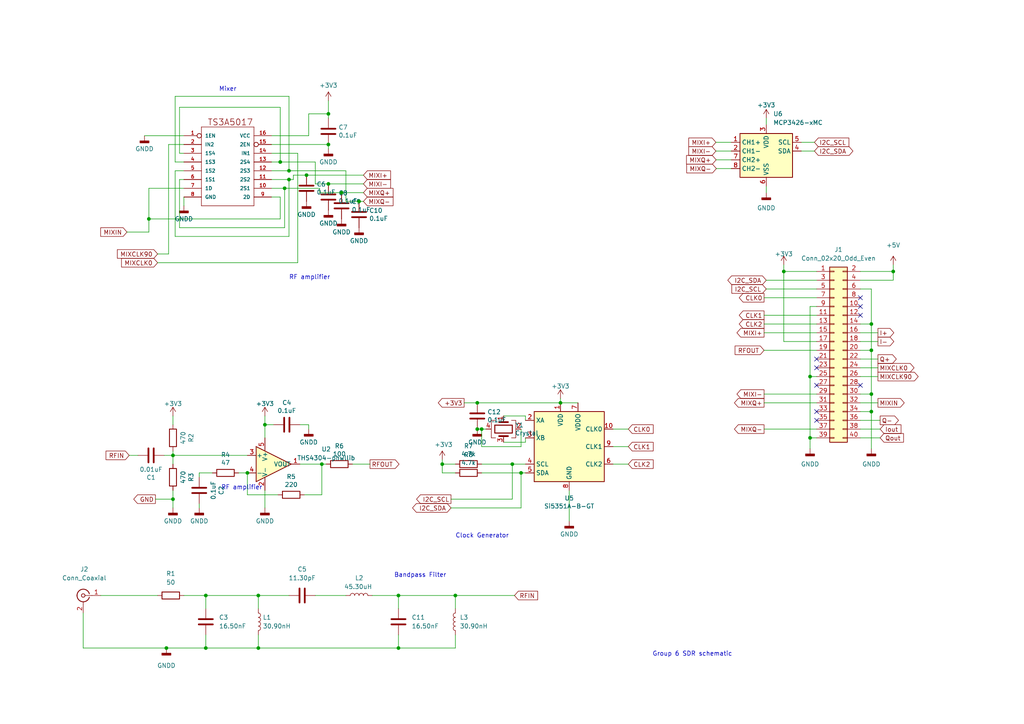
<source format=kicad_sch>
(kicad_sch (version 20211123) (generator eeschema)
  (paper "A4")
  (lib_symbols
    (symbol "Analog_ADC:MCP3426-xMC"
      (property "Reference" "U" (at -3.81 8.89 0))
      (property "Value" "MCP3426-xMC" (at 2.54 8.89 0))
      (symbol "MCP3426-xMC_0_1"
        (rectangle (start -7.62 7.62) (end 7.62 -5.08) (stroke (width 0.254)) (fill (type background)))
      )
      (symbol "MCP3426-xMC_1_1"
        (pin input line (at -10.16 5.08 0) (length 2.54) (name "CH1+") (number "1"))
        (pin input line (at -10.16 2.54 0) (length 2.54) (name "CH1-") (number "2"))
        (pin power_in line (at 0 10.16 270) (length 2.54) (name "VDD") (number "3"))
        (pin bidirectional line (at 10.16 2.54 180) (length 2.54) (name "SDA") (number "4"))
        (pin input line (at 10.16 5.08 180) (length 2.54) (name "SCL") (number "5"))
        (pin power_in line (at 0 -7.62 90) (length 2.54) (name "VSS") (number "6"))
        (pin input line (at -10.16 0 0) (length 2.54) (name "CH2+") (number "7"))
        (pin input line (at -10.16 -2.54 0) (length 2.54) (name "CH2-") (number "8"))
        (pin passive line (at 0 -7.62 90) (length 2.54) hide (name "VSS") (number "9"))
      )
    )
    (symbol "Connector:Conn_Coaxial" (pin_names (offset 1.016) hide)
      (property "Reference" "J" (at 0.254 3.048 0))
      (property "Value" "Conn_Coaxial" (at 2.921 0 90))
      (symbol "Conn_Coaxial_0_1"
        (arc (start -1.778 -0.508) (mid 0.2311 -1.8066) (end 1.778 0) (stroke (width 0.254)))
        (polyline (pts (xy -2.54 0) (xy -0.508 0)))
        (polyline (pts (xy 0 -2.54) (xy 0 -1.778)))
        (circle (center 0 0) (radius 0.508) (stroke (width 0.2032)))
        (arc (start 1.778 0) (mid 0.2099 1.8101) (end -1.778 0.508) (stroke (width 0.254)))
      )
      (symbol "Conn_Coaxial_1_1"
        (pin passive line (at -5.08 0 0) (length 2.54) (name "In") (number "1"))
        (pin passive line (at 0 -5.08 90) (length 2.54) (name "Ext") (number "2"))
      )
    )
    (symbol "Connector_Generic:Conn_02x20_Odd_Even" (pin_names (offset 1.016) hide)
      (property "Reference" "J" (at 1.27 25.4 0))
      (property "Value" "Conn_02x20_Odd_Even" (at 1.27 -27.94 0))
      (symbol "Conn_02x20_Odd_Even_1_1"
        (rectangle (start -1.27 -25.273) (end 0 -25.527) (stroke (width 0.1524)))
        (rectangle (start -1.27 -22.733) (end 0 -22.987) (stroke (width 0.1524)))
        (rectangle (start -1.27 -20.193) (end 0 -20.447) (stroke (width 0.1524)))
        (rectangle (start -1.27 -17.653) (end 0 -17.907) (stroke (width 0.1524)))
        (rectangle (start -1.27 -15.113) (end 0 -15.367) (stroke (width 0.1524)))
        (rectangle (start -1.27 -12.573) (end 0 -12.827) (stroke (width 0.1524)))
        (rectangle (start -1.27 -10.033) (end 0 -10.287) (stroke (width 0.1524)))
        (rectangle (start -1.27 -7.493) (end 0 -7.747) (stroke (width 0.1524)))
        (rectangle (start -1.27 -4.953) (end 0 -5.207) (stroke (width 0.1524)))
        (rectangle (start -1.27 -2.413) (end 0 -2.667) (stroke (width 0.1524)))
        (rectangle (start -1.27 0.127) (end 0 -0.127) (stroke (width 0.1524)))
        (rectangle (start -1.27 2.667) (end 0 2.413) (stroke (width 0.1524)))
        (rectangle (start -1.27 5.207) (end 0 4.953) (stroke (width 0.1524)))
        (rectangle (start -1.27 7.747) (end 0 7.493) (stroke (width 0.1524)))
        (rectangle (start -1.27 10.287) (end 0 10.033) (stroke (width 0.1524)))
        (rectangle (start -1.27 12.827) (end 0 12.573) (stroke (width 0.1524)))
        (rectangle (start -1.27 15.367) (end 0 15.113) (stroke (width 0.1524)))
        (rectangle (start -1.27 17.907) (end 0 17.653) (stroke (width 0.1524)))
        (rectangle (start -1.27 20.447) (end 0 20.193) (stroke (width 0.1524)))
        (rectangle (start -1.27 22.987) (end 0 22.733) (stroke (width 0.1524)))
        (rectangle (start -1.27 24.13) (end 3.81 -26.67) (stroke (width 0.254)) (fill (type background)))
        (rectangle (start 3.81 -25.273) (end 2.54 -25.527) (stroke (width 0.1524)))
        (rectangle (start 3.81 -22.733) (end 2.54 -22.987) (stroke (width 0.1524)))
        (rectangle (start 3.81 -20.193) (end 2.54 -20.447) (stroke (width 0.1524)))
        (rectangle (start 3.81 -17.653) (end 2.54 -17.907) (stroke (width 0.1524)))
        (rectangle (start 3.81 -15.113) (end 2.54 -15.367) (stroke (width 0.1524)))
        (rectangle (start 3.81 -12.573) (end 2.54 -12.827) (stroke (width 0.1524)))
        (rectangle (start 3.81 -10.033) (end 2.54 -10.287) (stroke (width 0.1524)))
        (rectangle (start 3.81 -7.493) (end 2.54 -7.747) (stroke (width 0.1524)))
        (rectangle (start 3.81 -4.953) (end 2.54 -5.207) (stroke (width 0.1524)))
        (rectangle (start 3.81 -2.413) (end 2.54 -2.667) (stroke (width 0.1524)))
        (rectangle (start 3.81 0.127) (end 2.54 -0.127) (stroke (width 0.1524)))
        (rectangle (start 3.81 2.667) (end 2.54 2.413) (stroke (width 0.1524)))
        (rectangle (start 3.81 5.207) (end 2.54 4.953) (stroke (width 0.1524)))
        (rectangle (start 3.81 7.747) (end 2.54 7.493) (stroke (width 0.1524)))
        (rectangle (start 3.81 10.287) (end 2.54 10.033) (stroke (width 0.1524)))
        (rectangle (start 3.81 12.827) (end 2.54 12.573) (stroke (width 0.1524)))
        (rectangle (start 3.81 15.367) (end 2.54 15.113) (stroke (width 0.1524)))
        (rectangle (start 3.81 17.907) (end 2.54 17.653) (stroke (width 0.1524)))
        (rectangle (start 3.81 20.447) (end 2.54 20.193) (stroke (width 0.1524)))
        (rectangle (start 3.81 22.987) (end 2.54 22.733) (stroke (width 0.1524)))
        (pin passive line (at -5.08 22.86 0) (length 3.81) (name "Pin_1") (number "1"))
        (pin passive line (at 7.62 12.7 180) (length 3.81) (name "Pin_10") (number "10"))
        (pin passive line (at -5.08 10.16 0) (length 3.81) (name "Pin_11") (number "11"))
        (pin passive line (at 7.62 10.16 180) (length 3.81) (name "Pin_12") (number "12"))
        (pin passive line (at -5.08 7.62 0) (length 3.81) (name "Pin_13") (number "13"))
        (pin passive line (at 7.62 7.62 180) (length 3.81) (name "Pin_14") (number "14"))
        (pin passive line (at -5.08 5.08 0) (length 3.81) (name "Pin_15") (number "15"))
        (pin passive line (at 7.62 5.08 180) (length 3.81) (name "Pin_16") (number "16"))
        (pin passive line (at -5.08 2.54 0) (length 3.81) (name "Pin_17") (number "17"))
        (pin passive line (at 7.62 2.54 180) (length 3.81) (name "Pin_18") (number "18"))
        (pin passive line (at -5.08 0 0) (length 3.81) (name "Pin_19") (number "19"))
        (pin passive line (at 7.62 22.86 180) (length 3.81) (name "Pin_2") (number "2"))
        (pin passive line (at 7.62 0 180) (length 3.81) (name "Pin_20") (number "20"))
        (pin passive line (at -5.08 -2.54 0) (length 3.81) (name "Pin_21") (number "21"))
        (pin passive line (at 7.62 -2.54 180) (length 3.81) (name "Pin_22") (number "22"))
        (pin passive line (at -5.08 -5.08 0) (length 3.81) (name "Pin_23") (number "23"))
        (pin passive line (at 7.62 -5.08 180) (length 3.81) (name "Pin_24") (number "24"))
        (pin passive line (at -5.08 -7.62 0) (length 3.81) (name "Pin_25") (number "25"))
        (pin passive line (at 7.62 -7.62 180) (length 3.81) (name "Pin_26") (number "26"))
        (pin passive line (at -5.08 -10.16 0) (length 3.81) (name "Pin_27") (number "27"))
        (pin passive line (at 7.62 -10.16 180) (length 3.81) (name "Pin_28") (number "28"))
        (pin passive line (at -5.08 -12.7 0) (length 3.81) (name "Pin_29") (number "29"))
        (pin passive line (at -5.08 20.32 0) (length 3.81) (name "Pin_3") (number "3"))
        (pin passive line (at 7.62 -12.7 180) (length 3.81) (name "Pin_30") (number "30"))
        (pin passive line (at -5.08 -15.24 0) (length 3.81) (name "Pin_31") (number "31"))
        (pin passive line (at 7.62 -15.24 180) (length 3.81) (name "Pin_32") (number "32"))
        (pin passive line (at -5.08 -17.78 0) (length 3.81) (name "Pin_33") (number "33"))
        (pin passive line (at 7.62 -17.78 180) (length 3.81) (name "Pin_34") (number "34"))
        (pin passive line (at -5.08 -20.32 0) (length 3.81) (name "Pin_35") (number "35"))
        (pin passive line (at 7.62 -20.32 180) (length 3.81) (name "Pin_36") (number "36"))
        (pin passive line (at -5.08 -22.86 0) (length 3.81) (name "Pin_37") (number "37"))
        (pin passive line (at 7.62 -22.86 180) (length 3.81) (name "Pin_38") (number "38"))
        (pin passive line (at -5.08 -25.4 0) (length 3.81) (name "Pin_39") (number "39"))
        (pin passive line (at 7.62 20.32 180) (length 3.81) (name "Pin_4") (number "4"))
        (pin passive line (at 7.62 -25.4 180) (length 3.81) (name "Pin_40") (number "40"))
        (pin passive line (at -5.08 17.78 0) (length 3.81) (name "Pin_5") (number "5"))
        (pin passive line (at 7.62 17.78 180) (length 3.81) (name "Pin_6") (number "6"))
        (pin passive line (at -5.08 15.24 0) (length 3.81) (name "Pin_7") (number "7"))
        (pin passive line (at 7.62 15.24 180) (length 3.81) (name "Pin_8") (number "8"))
        (pin passive line (at -5.08 12.7 0) (length 3.81) (name "Pin_9") (number "9"))
      )
    )
    (symbol "Device:C" (pin_numbers hide) (pin_names (offset 0.254))
      (property "Reference" "C" (at 0.635 2.54 0))
      (property "Value" "C" (at 0.635 -2.54 0))
      (symbol "C_0_1"
        (polyline (pts (xy -2.032 -0.762) (xy 2.032 -0.762)) (stroke (width 0.508)))
        (polyline (pts (xy -2.032 0.762) (xy 2.032 0.762)) (stroke (width 0.508)))
      )
      (symbol "C_1_1"
        (pin passive line (at 0 3.81 270) (length 2.794) (name "~") (number "1"))
        (pin passive line (at 0 -3.81 90) (length 2.794) (name "~") (number "2"))
      )
    )
    (symbol "Device:Crystal_GND24" (pin_names (offset 1.016) hide)
      (property "Reference" "Y" (at 3.175 5.08 0))
      (property "Value" "Crystal_GND24" (at 3.175 3.175 0))
      (symbol "Crystal_GND24_0_1"
        (rectangle (start -1.143 2.54) (end 1.143 -2.54) (stroke (width 0.3048)))
        (polyline (pts (xy -2.54 0) (xy -2.032 0)))
        (polyline (pts (xy -2.032 -1.27) (xy -2.032 1.27)) (stroke (width 0.508)))
        (polyline (pts (xy 0 -3.81) (xy 0 -3.556)))
        (polyline (pts (xy 0 3.556) (xy 0 3.81)))
        (polyline (pts (xy 2.032 -1.27) (xy 2.032 1.27)) (stroke (width 0.508)))
        (polyline (pts (xy 2.032 0) (xy 2.54 0)))
        (polyline (pts (xy -2.54 -2.286) (xy -2.54 -3.556) (xy 2.54 -3.556) (xy 2.54 -2.286)))
        (polyline (pts (xy -2.54 2.286) (xy -2.54 3.556) (xy 2.54 3.556) (xy 2.54 2.286)))
      )
      (symbol "Crystal_GND24_1_1"
        (pin passive line (at -3.81 0 0) (length 1.27) (name "1") (number "1"))
        (pin passive line (at 0 5.08 270) (length 1.27) (name "2") (number "2"))
        (pin passive line (at 3.81 0 180) (length 1.27) (name "3") (number "3"))
        (pin passive line (at 0 -5.08 90) (length 1.27) (name "4") (number "4"))
      )
    )
    (symbol "Device:L" (pin_numbers hide) (pin_names (offset 1.016) hide)
      (property "Reference" "L" (at -1.27 0 90))
      (property "Value" "L" (at 1.905 0 90))
      (symbol "L_0_1"
        (arc (start 0 -2.54) (mid 0.635 -1.905) (end 0 -1.27))
        (arc (start 0 -1.27) (mid 0.635 -0.635) (end 0 0))
        (arc (start 0 0) (mid 0.635 0.635) (end 0 1.27))
        (arc (start 0 1.27) (mid 0.635 1.905) (end 0 2.54))
      )
      (symbol "L_1_1"
        (pin passive line (at 0 3.81 270) (length 1.27) (name "1") (number "1"))
        (pin passive line (at 0 -3.81 90) (length 1.27) (name "2") (number "2"))
      )
    )
    (symbol "Device:R" (pin_numbers hide) (pin_names (offset 0))
      (property "Reference" "R" (at 2.032 0 90))
      (property "Value" "R" (at 0 0 90))
      (symbol "R_0_1"
        (rectangle (start -1.016 -2.54) (end 1.016 2.54) (stroke (width 0.254)))
      )
      (symbol "R_1_1"
        (pin passive line (at 0 3.81 270) (length 1.27) (name "~") (number "1"))
        (pin passive line (at 0 -3.81 90) (length 1.27) (name "~") (number "2"))
      )
    )
    (symbol "Oscillator:Si5351A-B-GT"
      (property "Reference" "U" (at -8.89 11.43 0))
      (property "Value" "Si5351A-B-GT" (at -12.7 -12.7 0))
      (symbol "Si5351A-B-GT_0_1"
        (rectangle (start -10.16 10.16) (end 10.16 -10.16) (stroke (width 0.254)) (fill (type background)))
      )
      (symbol "Si5351A-B-GT_1_1"
        (pin power_in line (at -2.54 12.7 270) (length 2.54) (name "VDD") (number "1"))
        (pin output line (at 12.7 5.08 180) (length 2.54) (name "CLK0") (number "10"))
        (pin input line (at -12.7 7.62 0) (length 2.54) (name "XA") (number "2"))
        (pin input line (at -12.7 2.54 0) (length 2.54) (name "XB") (number "3"))
        (pin input line (at -12.7 -5.08 0) (length 2.54) (name "SCL") (number "4"))
        (pin bidirectional line (at -12.7 -7.62 0) (length 2.54) (name "SDA") (number "5"))
        (pin output line (at 12.7 -5.08 180) (length 2.54) (name "CLK2") (number "6"))
        (pin power_in line (at 2.54 12.7 270) (length 2.54) (name "VDDO") (number "7"))
        (pin power_in line (at 0 -12.7 90) (length 2.54) (name "GND") (number "8"))
        (pin output line (at 12.7 0 180) (length 2.54) (name "CLK1") (number "9"))
      )
    )
    (symbol "bbb-rescue:THS4304-phwllib" (pin_names (offset 0.127))
      (property "Reference" "U" (at 0 6.35 0))
      (property "Value" "THS4304-phwllib" (at 0 3.81 0))
      (symbol "THS4304-phwllib_0_1"
        (polyline (pts (xy -5.08 5.08) (xy 5.08 0) (xy -5.08 -5.08) (xy -5.08 5.08)) (stroke (width 0.254)) (fill (type background)))
      )
      (symbol "THS4304-phwllib_1_1"
        (pin output line (at 7.62 0 180) (length 2.54) (name "VOUT") (number "1"))
        (pin power_in line (at -2.54 -7.62 90) (length 3.81) (name "V-") (number "2"))
        (pin input line (at -7.62 2.54 0) (length 2.54) (name "+") (number "3"))
        (pin input line (at -7.62 -2.54 0) (length 2.54) (name "-") (number "4"))
        (pin power_in line (at -2.54 7.62 270) (length 3.81) (name "V+") (number "5"))
      )
    )
    (symbol "bbb-rescue:TS3A5017-phwllib" (pin_names (offset 1.016))
      (symbol "TS3A5017-phwllib_1_0"
        (polyline (pts (xy -7.62 -12.7) (xy 7.62 -12.7)))
        (polyline (pts (xy -7.62 10.16) (xy -7.62 -12.7)))
        (polyline (pts (xy 7.62 -12.7) (xy 7.62 10.16)))
        (polyline (pts (xy 7.62 10.16) (xy -7.62 10.16)))
        (text "TS3A5017" (at 0.762 11.557 0) (effects (font (size 1.778 1.778))))
      )
      (symbol "TS3A5017-phwllib_1_1"
        (pin input inverted (at -12.7 7.62 0) (length 5.08) (name "1EN") (number "1"))
        (pin bidirectional line (at 12.7 -7.62 180) (length 5.08) (name "2S1") (number "10"))
        (pin bidirectional line (at 12.7 -5.08 180) (length 5.08) (name "2S2") (number "11"))
        (pin bidirectional line (at 12.7 -2.54 180) (length 5.08) (name "2S3") (number "12"))
        (pin bidirectional line (at 12.7 0 180) (length 5.08) (name "2S4") (number "13"))
        (pin input line (at 12.7 2.54 180) (length 5.08) (name "IN1") (number "14"))
        (pin input inverted (at 12.7 5.08 180) (length 5.08) (name "2EN") (number "15"))
        (pin power_in line (at 12.7 7.62 180) (length 5.08) (name "VCC") (number "16"))
        (pin input line (at -12.7 5.08 0) (length 5.08) (name "IN2") (number "2"))
        (pin bidirectional line (at -12.7 2.54 0) (length 5.08) (name "1S4") (number "3"))
        (pin bidirectional line (at -12.7 0 0) (length 5.08) (name "1S3") (number "4"))
        (pin bidirectional line (at -12.7 -2.54 0) (length 5.08) (name "1S2") (number "5"))
        (pin bidirectional line (at -12.7 -5.08 0) (length 5.08) (name "1S1") (number "6"))
        (pin bidirectional line (at -12.7 -7.62 0) (length 5.08) (name "1D") (number "7"))
        (pin power_in line (at -12.7 -10.16 0) (length 5.08) (name "GND") (number "8"))
        (pin bidirectional line (at 12.7 -10.16 180) (length 5.08) (name "2D") (number "9"))
      )
    )
    (symbol "power:+3.3V" (power) (pin_names (offset 0))
      (property "Value" "+3.3V" (at 0 3.556 0))
      (symbol "+3.3V_0_1"
        (polyline (pts (xy -0.762 1.27) (xy 0 2.54)))
        (polyline (pts (xy 0 0) (xy 0 2.54)))
        (polyline (pts (xy 0 2.54) (xy 0.762 1.27)))
      )
      (symbol "+3.3V_1_1"
        (pin power_in line (at 0 0 90) (length 0) hide (name "+3V3") (number "1"))
      )
    )
    (symbol "power:+3V3" (power) (pin_names (offset 0))
      (property "Value" "+3V3" (at 0 3.556 0))
      (symbol "+3V3_0_1"
        (polyline (pts (xy -0.762 1.27) (xy 0 2.54)))
        (polyline (pts (xy 0 0) (xy 0 2.54)))
        (polyline (pts (xy 0 2.54) (xy 0.762 1.27)))
      )
      (symbol "+3V3_1_1"
        (pin power_in line (at 0 0 90) (length 0) hide (name "+3V3") (number "1"))
      )
    )
    (symbol "power:+5V" (power) (pin_names (offset 0))
      (property "Value" "+5V" (at 0 3.556 0))
      (symbol "+5V_0_1"
        (polyline (pts (xy -0.762 1.27) (xy 0 2.54)))
        (polyline (pts (xy 0 0) (xy 0 2.54)))
        (polyline (pts (xy 0 2.54) (xy 0.762 1.27)))
      )
      (symbol "+5V_1_1"
        (pin power_in line (at 0 0 90) (length 0) hide (name "+5V") (number "1"))
      )
    )
    (symbol "power:GNDD" (power) (pin_names (offset 0))
      (property "Value" "GNDD" (at 0 -3.175 0))
      (symbol "GNDD_0_1"
        (rectangle (start -1.27 -1.524) (end 1.27 -2.032) (stroke (width 0.254)) (fill (type outline)))
        (polyline (pts (xy 0 0) (xy 0 -1.524)))
      )
      (symbol "GNDD_1_1"
        (pin power_in line (at 0 0 270) (length 0) hide (name "GNDD") (number "1"))
      )
    )
  )
  (junction (at 259.08 78.74))
  (junction (at 48.26 187.96))
  (junction (at 148.59 134.62))
  (junction (at 104.14 58.42))
  (junction (at 82.55 54.61))
  (junction (at 234.95 127))
  (junction (at 95.25 53.34))
  (junction (at 88.9 50.8))
  (junction (at 59.69 187.96))
  (junction (at 81.28 46.99))
  (junction (at 138.43 124.46))
  (junction (at 162.56 116.84))
  (junction (at 115.57 187.96))
  (junction (at 128.27 134.62))
  (junction (at 50.165 144.78))
  (junction (at 74.93 187.96))
  (junction (at 252.73 114.3))
  (junction (at 93.345 134.62))
  (junction (at 151.13 137.16))
  (junction (at 252.73 101.6))
  (junction (at 252.73 93.98))
  (junction (at 95.25 33.02))
  (junction (at 76.835 123.19))
  (junction (at 132.08 172.72))
  (junction (at 74.93 172.72))
  (junction (at 71.755 137.16))
  (junction (at 83.82 52.07))
  (junction (at 252.73 119.38))
  (junction (at 115.57 172.72))
  (junction (at 99.06 55.88))
  (junction (at 234.95 109.22))
  (junction (at 139.7 124.46))
  (junction (at 138.43 116.84))
  (junction (at 227.33 78.74))
  (junction (at 50.165 132.08))
  (junction (at 95.25 41.91))
  (junction (at 83.82 49.53))
  (junction (at 43.18 63.5))
  (junction (at 59.69 172.72))
  (no_connect (at 236.855 106.68))
  (no_connect (at 236.855 104.14))
  (no_connect (at 236.855 119.38))
  (no_connect (at 236.855 111.76))
  (no_connect (at 236.855 121.92))
  (no_connect (at 249.555 86.36))
  (no_connect (at 249.555 91.44))
  (no_connect (at 249.555 88.9))
  (no_connect (at 249.555 111.76))
  (wire (pts (xy 93.345 134.62) (xy 94.615 134.62)))
  (wire (pts (xy 115.57 187.96) (xy 132.08 187.96)))
  (wire (pts (xy 102.235 134.62) (xy 107.315 134.62)))
  (wire (pts (xy 36.83 67.31) (xy 43.18 67.31)))
  (wire (pts (xy 93.345 143.51) (xy 93.345 134.62)))
  (wire (pts (xy 236.22 41.275) (xy 232.41 41.275)))
  (wire (pts (xy 146.05 120.65) (xy 152.4 120.65)))
  (wire (pts (xy 24.13 187.96) (xy 48.26 187.96)))
  (wire (pts (xy 81.28 31.115) (xy 81.28 46.99)))
  (wire (pts (xy 45.72 76.2) (xy 86.36 76.2)))
  (wire (pts (xy 86.36 44.45) (xy 86.36 76.2)))
  (wire (pts (xy 249.555 127) (xy 255.27 127)))
  (wire (pts (xy 59.69 172.72) (xy 59.69 176.53)))
  (wire (pts (xy 151.13 137.16) (xy 152.4 137.16)))
  (wire (pts (xy 132.08 134.62) (xy 128.27 134.62)))
  (wire (pts (xy 53.34 57.15) (xy 53.34 59.69)))
  (wire (pts (xy 105.41 58.42) (xy 104.14 58.42)))
  (wire (pts (xy 50.165 142.24) (xy 50.165 144.78)))
  (wire (pts (xy 95.25 33.02) (xy 95.25 34.29)))
  (wire (pts (xy 249.555 93.98) (xy 252.73 93.98)))
  (wire (pts (xy 86.995 123.19) (xy 89.535 123.19)))
  (wire (pts (xy 50.8 27.94) (xy 83.82 27.94)))
  (wire (pts (xy 115.57 172.72) (xy 132.08 172.72)))
  (wire (pts (xy 57.785 147.32) (xy 57.785 146.05)))
  (wire (pts (xy 48.895 41.91) (xy 48.895 73.66)))
  (wire (pts (xy 89.535 123.19) (xy 89.535 124.46)))
  (wire (pts (xy 47.625 132.08) (xy 50.165 132.08)))
  (wire (pts (xy 259.08 76.835) (xy 259.08 78.74)))
  (wire (pts (xy 76.835 123.19) (xy 79.375 123.19)))
  (wire (pts (xy 249.555 124.46) (xy 255.27 124.46)))
  (wire (pts (xy 50.8 49.53) (xy 50.8 68.58)))
  (wire (pts (xy 249.555 119.38) (xy 252.73 119.38)))
  (wire (pts (xy 249.555 109.22) (xy 254.635 109.22)))
  (wire (pts (xy 78.74 44.45) (xy 86.36 44.45)))
  (wire (pts (xy 78.74 52.07) (xy 83.82 52.07)))
  (wire (pts (xy 82.55 66.04) (xy 82.55 54.61)))
  (wire (pts (xy 81.28 63.5) (xy 81.28 57.15)))
  (wire (pts (xy 249.555 81.28) (xy 259.08 81.28)))
  (wire (pts (xy 52.07 31.115) (xy 81.28 31.115)))
  (wire (pts (xy 81.28 46.99) (xy 91.44 46.99)))
  (wire (pts (xy 221.615 124.46) (xy 236.855 124.46)))
  (wire (pts (xy 52.07 66.04) (xy 82.55 66.04)))
  (wire (pts (xy 151.13 124.46) (xy 151.13 129.54)))
  (wire (pts (xy 227.33 76.835) (xy 227.33 78.74)))
  (wire (pts (xy 80.645 143.51) (xy 71.755 143.51)))
  (wire (pts (xy 86.995 134.62) (xy 93.345 134.62)))
  (wire (pts (xy 249.555 78.74) (xy 259.08 78.74)))
  (wire (pts (xy 76.835 123.19) (xy 76.835 127)))
  (wire (pts (xy 59.69 184.15) (xy 59.69 187.96)))
  (wire (pts (xy 221.615 116.84) (xy 236.855 116.84)))
  (wire (pts (xy 52.07 44.45) (xy 52.07 31.115)))
  (wire (pts (xy 227.33 99.06) (xy 227.33 78.74)))
  (wire (pts (xy 252.73 83.82) (xy 252.73 93.98)))
  (wire (pts (xy 53.34 46.99) (xy 50.8 46.99)))
  (wire (pts (xy 50.165 132.08) (xy 71.755 132.08)))
  (wire (pts (xy 74.93 184.15) (xy 74.93 187.96)))
  (wire (pts (xy 222.25 81.28) (xy 236.855 81.28)))
  (wire (pts (xy 95.25 53.34) (xy 105.41 53.34)))
  (wire (pts (xy 132.08 172.72) (xy 149.225 172.72)))
  (wire (pts (xy 50.165 132.08) (xy 50.165 130.81)))
  (wire (pts (xy 221.615 114.3) (xy 236.855 114.3)))
  (wire (pts (xy 128.27 133.35) (xy 128.27 134.62)))
  (wire (pts (xy 148.59 134.62) (xy 152.4 134.62)))
  (wire (pts (xy 74.93 172.72) (xy 74.93 176.53)))
  (wire (pts (xy 207.7152 46.355) (xy 212.09 46.355)))
  (wire (pts (xy 89.535 39.37) (xy 89.535 33.02)))
  (wire (pts (xy 29.21 172.72) (xy 45.72 172.72)))
  (wire (pts (xy 139.7 137.16) (xy 151.13 137.16)))
  (wire (pts (xy 43.18 67.31) (xy 43.18 63.5)))
  (wire (pts (xy 88.265 143.51) (xy 93.345 143.51)))
  (wire (pts (xy 71.755 143.51) (xy 71.755 137.16)))
  (wire (pts (xy 107.95 172.72) (xy 115.57 172.72)))
  (wire (pts (xy 78.74 39.37) (xy 89.535 39.37)))
  (wire (pts (xy 249.555 114.3) (xy 252.73 114.3)))
  (wire (pts (xy 236.22 43.815) (xy 232.41 43.815)))
  (wire (pts (xy 92.71 55.88) (xy 99.06 55.88)))
  (wire (pts (xy 50.8 46.99) (xy 50.8 27.94)))
  (wire (pts (xy 43.18 63.5) (xy 81.28 63.5)))
  (wire (pts (xy 45.085 144.78) (xy 50.165 144.78)))
  (wire (pts (xy 76.835 142.24) (xy 76.835 147.32)))
  (wire (pts (xy 83.82 27.94) (xy 83.82 49.53)))
  (wire (pts (xy 138.43 116.84) (xy 134.62 116.84)))
  (wire (pts (xy 234.95 88.9) (xy 234.95 109.22)))
  (wire (pts (xy 236.855 99.06) (xy 227.33 99.06)))
  (wire (pts (xy 53.34 44.45) (xy 52.07 44.45)))
  (wire (pts (xy 221.615 101.6) (xy 236.855 101.6)))
  (wire (pts (xy 92.71 54.61) (xy 92.71 55.88)))
  (wire (pts (xy 88.9 50.8) (xy 105.41 50.8)))
  (wire (pts (xy 78.74 41.91) (xy 95.25 41.91)))
  (wire (pts (xy 249.555 96.52) (xy 254.635 96.52)))
  (wire (pts (xy 207.645 43.815) (xy 212.09 43.815)))
  (wire (pts (xy 50.165 134.62) (xy 50.165 132.08)))
  (wire (pts (xy 24.13 177.8) (xy 24.13 187.96)))
  (wire (pts (xy 78.74 46.99) (xy 81.28 46.99)))
  (wire (pts (xy 91.44 172.72) (xy 100.33 172.72)))
  (wire (pts (xy 57.785 137.16) (xy 57.785 138.43)))
  (wire (pts (xy 249.555 101.6) (xy 252.73 101.6)))
  (wire (pts (xy 59.69 172.72) (xy 74.93 172.72)))
  (wire (pts (xy 222.25 83.82) (xy 236.855 83.82)))
  (wire (pts (xy 221.615 86.36) (xy 236.855 86.36)))
  (wire (pts (xy 139.7 134.62) (xy 148.59 134.62)))
  (wire (pts (xy 252.73 93.98) (xy 252.73 101.6)))
  (wire (pts (xy 148.59 134.62) (xy 148.59 144.78)))
  (wire (pts (xy 249.555 106.68) (xy 254.635 106.68)))
  (wire (pts (xy 52.07 52.07) (xy 52.07 66.04)))
  (wire (pts (xy 252.73 119.38) (xy 252.73 130.175)))
  (wire (pts (xy 252.73 114.3) (xy 252.73 119.38)))
  (wire (pts (xy 78.74 49.53) (xy 83.82 49.53)))
  (wire (pts (xy 167.64 116.84) (xy 162.56 116.84)))
  (wire (pts (xy 128.27 134.62) (xy 128.27 137.16)))
  (wire (pts (xy 89.535 33.02) (xy 95.25 33.02)))
  (wire (pts (xy 234.95 109.22) (xy 236.855 109.22)))
  (wire (pts (xy 165.1 142.24) (xy 165.1 151.13)))
  (wire (pts (xy 50.8 68.58) (xy 83.82 68.58)))
  (wire (pts (xy 249.555 104.14) (xy 254.635 104.14)))
  (wire (pts (xy 132.08 184.15) (xy 132.08 187.96)))
  (wire (pts (xy 100.33 58.42) (xy 104.14 58.42)))
  (wire (pts (xy 162.56 115.57) (xy 162.56 116.84)))
  (wire (pts (xy 43.18 54.61) (xy 43.18 63.5)))
  (wire (pts (xy 99.06 55.88) (xy 105.41 55.88)))
  (wire (pts (xy 100.33 49.53) (xy 100.33 58.42)))
  (wire (pts (xy 53.34 172.72) (xy 59.69 172.72)))
  (wire (pts (xy 115.57 184.15) (xy 115.57 187.96)))
  (wire (pts (xy 222.25 34.29) (xy 222.25 36.195)))
  (wire (pts (xy 74.93 187.96) (xy 115.57 187.96)))
  (wire (pts (xy 249.555 121.92) (xy 255.27 121.92)))
  (wire (pts (xy 132.08 137.16) (xy 128.27 137.16)))
  (wire (pts (xy 53.34 41.91) (xy 48.895 41.91)))
  (wire (pts (xy 78.74 57.15) (xy 81.28 57.15)))
  (wire (pts (xy 236.855 88.9) (xy 234.95 88.9)))
  (wire (pts (xy 182.245 124.46) (xy 177.8 124.46)))
  (wire (pts (xy 50.8 49.53) (xy 53.34 49.53)))
  (wire (pts (xy 234.95 127) (xy 236.855 127)))
  (wire (pts (xy 48.26 187.96) (xy 59.69 187.96)))
  (wire (pts (xy 249.555 99.06) (xy 254.635 99.06)))
  (wire (pts (xy 221.615 91.44) (xy 236.855 91.44)))
  (wire (pts (xy 151.13 147.32) (xy 151.13 137.16)))
  (wire (pts (xy 130.81 147.32) (xy 151.13 147.32)))
  (wire (pts (xy 74.93 172.72) (xy 83.82 172.72)))
  (wire (pts (xy 50.165 123.19) (xy 50.165 120.65)))
  (wire (pts (xy 83.82 49.53) (xy 100.33 49.53)))
  (wire (pts (xy 252.73 101.6) (xy 252.73 114.3)))
  (wire (pts (xy 130.81 144.78) (xy 148.59 144.78)))
  (wire (pts (xy 41.91 39.37) (xy 53.34 39.37)))
  (wire (pts (xy 40.005 132.08) (xy 37.465 132.08)))
  (wire (pts (xy 78.74 54.61) (xy 82.55 54.61)))
  (wire (pts (xy 83.82 68.58) (xy 83.82 52.07)))
  (wire (pts (xy 91.44 53.34) (xy 95.25 53.34)))
  (wire (pts (xy 85.09 52.07) (xy 83.82 52.07)))
  (wire (pts (xy 76.835 120.65) (xy 76.835 123.19)))
  (wire (pts (xy 132.08 172.72) (xy 132.08 176.53)))
  (wire (pts (xy 91.44 46.99) (xy 91.44 53.34)))
  (wire (pts (xy 152.4 127) (xy 152.4 128.27)))
  (wire (pts (xy 152.4 128.27) (xy 146.05 128.27)))
  (wire (pts (xy 259.08 81.28) (xy 259.08 78.74)))
  (wire (pts (xy 234.95 109.22) (xy 234.95 127)))
  (wire (pts (xy 152.4 120.65) (xy 152.4 121.92)))
  (wire (pts (xy 207.645 41.275) (xy 212.09 41.275)))
  (wire (pts (xy 61.595 137.16) (xy 57.785 137.16)))
  (wire (pts (xy 151.13 129.54) (xy 139.7 129.54)))
  (wire (pts (xy 53.34 54.61) (xy 43.18 54.61)))
  (wire (pts (xy 182.245 134.62) (xy 177.8 134.62)))
  (wire (pts (xy 59.69 187.96) (xy 74.93 187.96)))
  (wire (pts (xy 227.33 78.74) (xy 236.855 78.74)))
  (wire (pts (xy 221.615 93.98) (xy 236.855 93.98)))
  (wire (pts (xy 249.555 116.84) (xy 254.635 116.84)))
  (wire (pts (xy 45.72 73.66) (xy 48.895 73.66)))
  (wire (pts (xy 95.25 43.18) (xy 95.25 41.91)))
  (wire (pts (xy 139.7 129.54) (xy 139.7 124.46)))
  (wire (pts (xy 85.09 50.8) (xy 88.9 50.8)))
  (wire (pts (xy 234.95 127) (xy 234.95 130.175)))
  (wire (pts (xy 95.25 29.21) (xy 95.25 33.02)))
  (wire (pts (xy 82.55 54.61) (xy 92.71 54.61)))
  (wire (pts (xy 85.09 50.8) (xy 85.09 52.07)))
  (wire (pts (xy 140.97 124.46) (xy 139.7 124.46)))
  (wire (pts (xy 162.56 116.84) (xy 138.43 116.84)))
  (wire (pts (xy 207.7715 48.895) (xy 212.09 48.895)))
  (wire (pts (xy 182.245 129.54) (xy 177.8 129.54)))
  (wire (pts (xy 139.7 124.46) (xy 138.43 124.46)))
  (wire (pts (xy 249.555 83.82) (xy 252.73 83.82)))
  (wire (pts (xy 115.57 176.53) (xy 115.57 172.72)))
  (wire (pts (xy 222.25 55.88) (xy 222.25 53.975)))
  (wire (pts (xy 221.615 96.52) (xy 236.855 96.52)))
  (wire (pts (xy 50.165 144.78) (xy 50.165 147.32)))
  (wire (pts (xy 71.755 137.16) (xy 69.215 137.16)))
  (wire (pts (xy 53.34 52.07) (xy 52.07 52.07)))
  (text "Clock Generator" (at 132.08 156.21 0) (effects (font (size 1.27 1.27)) (justify left bottom)))
  (text "Mixer" (at 63.5 26.67 0) (effects (font (size 1.27 1.27)) (justify left bottom)))
  (text "RF amplifier" (at 64.135 142.24 0) (effects (font (size 1.27 1.27)) (justify left bottom)))
  (text "Bandpass Filter\n" (at 114.3 167.64 0) (effects (font (size 1.27 1.27)) (justify left bottom)))
  (text "RF amplifier" (at 83.82 81.28 0) (effects (font (size 1.27 1.27)) (justify left bottom)))
  (text "Group 6 SDR schematic\n" (at 189.23 190.5 0) (effects (font (size 1.27 1.27)) (justify left bottom)))
  (global_label "CLK0" (shape output) (at 221.615 86.36 180) (property "Intersheet References" "${INTERSHEET_REFS}" (effects hide)))
  (global_label "I2C_SCL" (shape input) (at 236.22 41.275 0) (property "Intersheet References" "${INTERSHEET_REFS}" (effects hide)))
  (global_label "CLK1" (shape output) (at 221.615 91.44 180) (property "Intersheet References" "${INTERSHEET_REFS}" (effects hide)))
  (global_label "I+" (shape output) (at 254.635 96.52 0) (property "Intersheet References" "${INTERSHEET_REFS}" (effects hide)))
  (global_label "MIXQ-" (shape output) (at 221.615 124.46 180) (property "Intersheet References" "${INTERSHEET_REFS}" (effects hide)))
  (global_label "Q-" (shape output) (at 255.27 121.92 0) (property "Intersheet References" "${INTERSHEET_REFS}" (effects hide)))
  (global_label "MIXIN" (shape output) (at 254.635 116.84 0) (property "Intersheet References" "${INTERSHEET_REFS}" (effects hide)))
  (global_label "MIXCLK90" (shape input) (at 45.72 73.66 180) (property "Intersheet References" "${INTERSHEET_REFS}" (effects hide)))
  (global_label "RFOUT" (shape input) (at 221.615 101.6 180) (property "Intersheet References" "${INTERSHEET_REFS}" (effects hide)))
  (global_label "CLK2" (shape input) (at 182.245 134.62 0) (property "Intersheet References" "${INTERSHEET_REFS}" (effects hide)))
  (global_label "I2C_SDA" (shape bidirectional) (at 236.22 43.815 0) (property "Intersheet References" "${INTERSHEET_REFS}" (effects hide)))
  (global_label "I2C_SDA" (shape bidirectional) (at 130.81 147.32 180) (property "Intersheet References" "${INTERSHEET_REFS}" (effects hide)))
  (global_label "MIXCLK0" (shape output) (at 254.635 106.68 0) (property "Intersheet References" "${INTERSHEET_REFS}" (effects hide)))
  (global_label "RFOUT" (shape output) (at 107.315 134.62 0) (property "Intersheet References" "${INTERSHEET_REFS}" (effects hide)))
  (global_label "Qout" (shape input) (at 255.27 127 0) (property "Intersheet References" "${INTERSHEET_REFS}" (effects hide)))
  (global_label "MIXIN" (shape input) (at 36.83 67.31 180) (property "Intersheet References" "${INTERSHEET_REFS}" (effects hide)))
  (global_label "+3V3" (shape output) (at 134.62 116.84 180) (property "Intersheet References" "${INTERSHEET_REFS}" (effects hide)))
  (global_label "I-" (shape output) (at 254.635 99.06 0) (property "Intersheet References" "${INTERSHEET_REFS}" (effects hide)))
  (global_label "MIXI+" (shape input) (at 207.645 41.275 180) (property "Intersheet References" "${INTERSHEET_REFS}" (effects hide)))
  (global_label "MIXQ+" (shape input) (at 105.41 55.88 0) (property "Intersheet References" "${INTERSHEET_REFS}" (effects hide)))
  (global_label "RFIN" (shape input) (at 37.465 132.08 180) (property "Intersheet References" "${INTERSHEET_REFS}" (effects hide)))
  (global_label "I2C_SCL" (shape output) (at 130.81 144.78 180) (property "Intersheet References" "${INTERSHEET_REFS}" (effects hide)))
  (global_label "MIXCLK90" (shape output) (at 254.635 109.22 0) (property "Intersheet References" "${INTERSHEET_REFS}" (effects hide)))
  (global_label "MIXQ-" (shape input) (at 207.7715 48.895 180) (property "Intersheet References" "${INTERSHEET_REFS}" (effects hide)))
  (global_label "MIXI-" (shape input) (at 105.41 53.34 0) (property "Intersheet References" "${INTERSHEET_REFS}" (effects hide)))
  (global_label "MIXI-" (shape input) (at 207.645 43.815 180) (property "Intersheet References" "${INTERSHEET_REFS}" (effects hide)))
  (global_label "RFIN" (shape input) (at 149.225 172.72 0) (property "Intersheet References" "${INTERSHEET_REFS}" (effects hide)))
  (global_label "I2C_SCL" (shape input) (at 222.25 83.82 180) (property "Intersheet References" "${INTERSHEET_REFS}" (effects hide)))
  (global_label "I2C_SDA" (shape bidirectional) (at 222.25 81.28 180) (property "Intersheet References" "${INTERSHEET_REFS}" (effects hide)))
  (global_label "GND" (shape output) (at 45.085 144.78 180) (property "Intersheet References" "${INTERSHEET_REFS}" (effects hide)))
  (global_label "Iout" (shape input) (at 255.27 124.46 0) (property "Intersheet References" "${INTERSHEET_REFS}" (effects hide)))
  (global_label "Q+" (shape output) (at 254.635 104.14 0) (property "Intersheet References" "${INTERSHEET_REFS}" (effects hide)))
  (global_label "MIXQ+" (shape input) (at 207.7152 46.355 180) (property "Intersheet References" "${INTERSHEET_REFS}" (effects hide)))
  (global_label "MIXQ+" (shape output) (at 221.615 116.84 180) (property "Intersheet References" "${INTERSHEET_REFS}" (effects hide)))
  (global_label "MIXQ-" (shape input) (at 105.41 58.42 0) (property "Intersheet References" "${INTERSHEET_REFS}" (effects hide)))
  (global_label "CLK1" (shape input) (at 182.245 129.54 0) (property "Intersheet References" "${INTERSHEET_REFS}" (effects hide)))
  (global_label "CLK2" (shape output) (at 221.615 93.98 180) (property "Intersheet References" "${INTERSHEET_REFS}" (effects hide)))
  (global_label "CLK0" (shape input) (at 182.245 124.46 0) (property "Intersheet References" "${INTERSHEET_REFS}" (effects hide)))
  (global_label "MIXI+" (shape input) (at 105.41 50.8 0) (property "Intersheet References" "${INTERSHEET_REFS}" (effects hide)))
  (global_label "MIXCLK0" (shape input) (at 45.72 76.2 180) (property "Intersheet References" "${INTERSHEET_REFS}" (effects hide)))
  (global_label "MIXI-" (shape output) (at 221.615 114.3 180) (property "Intersheet References" "${INTERSHEET_REFS}" (effects hide)))
  (global_label "MIXI+" (shape output) (at 221.615 96.52 180) (property "Intersheet References" "${INTERSHEET_REFS}" (effects hide)))
  (symbol (lib_id "power:+3V3") (at 222.25 34.29 0) (unit 1)
    (property "Reference" "#PWR025" (effects hide))
    (property "Value" "+3V3" (at 222.25 30.48 0))
  )
  (symbol (lib_id "power:GNDD") (at 222.25 55.88 0) (unit 1)
    (property "Reference" "#PWR026" (effects hide))
    (property "Value" "GNDD" (at 222.25 60.325 0))
  )
  (symbol (lib_id "power:GNDD") (at 95.25 43.18 0) (unit 1)
    (property "Reference" "#PWR012" (effects hide))
    (property "Value" "GNDD" (at 95.25 46.99 0))
  )
  (symbol (lib_id "Device:R") (at 50.165 138.43 180) (unit 1)
    (property "Reference" "R3" (at 55.4228 138.43 90))
    (property "Value" "470" (at 53.1114 138.43 90))
    (property "Footprint" "Resistor_SMD:R_1206_3216Metric" (effects hide))
    (property "Type" "TC0525F4700T5E" (effects hide))
  )
  (symbol (lib_id "Device:L") (at 132.08 180.34 180) (unit 1)
    (property "Reference" "L3" (at 133.35 179.0699 0) (effects (justify right)))
    (property "Value" "30.90nH" (at 133.35 181.6099 0) (effects (justify right)))
    (property "Footprint" "Inductor_SMD:L_1206_3216Metric" (effects hide))
  )
  (symbol (lib_id "Connector_Generic:Conn_02x20_Odd_Even") (at 241.935 101.6 0) (unit 1)
    (property "Reference" "J1" (at 243.205 72.39 0))
    (property "Value" "Conn_02x20_Odd_Even" (at 243.205 74.93 0))
    (property "Footprint" "Connector_PinHeader_2.54mm:PinHeader_2x20_P2.54mm_Vertical" (effects hide))
  )
  (symbol (lib_id "power:GNDD") (at 95.25 60.96 0) (unit 1)
    (property "Reference" "#PWR013" (effects hide))
    (property "Value" "GNDD" (at 95.25 64.77 0))
  )
  (symbol (lib_id "power:+3.3V") (at 76.835 120.65 0) (unit 1)
    (property "Reference" "#PWR07" (effects hide))
    (property "Value" "+3V3" (at 76.835 117.094 0))
  )
  (symbol (lib_id "Device:R") (at 98.425 134.62 270) (unit 1)
    (property "Reference" "R6" (at 98.425 129.3622 90))
    (property "Value" "100" (at 98.425 131.6736 90))
    (property "Footprint" "Resistor_SMD:R_1206_3216Metric" (effects hide))
    (property "Type" "TC0525F1000T5E" (effects hide))
  )
  (symbol (lib_id "power:+5V") (at 259.08 76.835 0) (unit 1)
    (property "Reference" "#PWR030" (effects hide))
    (property "Value" "+5V" (at 259.08 71.12 0))
  )
  (symbol (lib_id "Device:R") (at 49.53 172.72 90) (unit 1)
    (property "Reference" "R1" (at 49.53 166.37 90))
    (property "Value" "50" (at 49.53 168.91 90))
    (property "Footprint" "Resistor_SMD:R_1206_3216Metric" (effects hide))
  )
  (symbol (lib_id "power:GNDD") (at 234.95 130.175 0) (unit 1)
    (property "Reference" "#PWR028" (effects hide))
    (property "Value" "GNDD" (at 234.95 134.62 0))
  )
  (symbol (lib_id "power:+3V3") (at 95.25 29.21 0) (unit 1)
    (property "Reference" "#PWR011" (effects hide))
    (property "Value" "+3V3" (at 95.25 24.765 0))
  )
  (symbol (lib_id "Device:C") (at 115.57 180.34 0) (unit 1)
    (property "Reference" "C11" (at 119.38 179.0699 0) (effects (justify left)))
    (property "Value" "16.50nF" (at 119.38 181.6099 0) (effects (justify left)))
    (property "Footprint" "Capacitor_SMD:C_1206_3216Metric" (effects hide))
  )
  (symbol (lib_id "power:GNDD") (at 104.14 66.04 0) (unit 1)
    (property "Reference" "#PWR015" (effects hide))
    (property "Value" "GNDD" (at 104.14 69.85 0))
  )
  (symbol (lib_id "power:GNDD") (at 57.785 147.32 0) (unit 1)
    (property "Reference" "#PWR06" (effects hide))
    (property "Value" "GNDD" (at 57.785 151.13 0))
  )
  (symbol (lib_id "power:+3.3V") (at 128.27 133.35 0) (unit 1)
    (property "Reference" "#PWR016" (effects hide))
    (property "Value" "+3.3V" (at 128.651 128.9558 0))
  )
  (symbol (lib_id "power:GNDD") (at 165.1 151.13 0) (unit 1)
    (property "Reference" "#PWR024" (effects hide))
    (property "Value" "GNDD" (at 165.1 154.94 0))
  )
  (symbol (lib_id "Device:L") (at 74.93 180.34 0) (unit 1)
    (property "Reference" "L1" (at 76.2 179.0699 0) (effects (justify left)))
    (property "Value" "30.90nH" (at 76.2 181.6099 0) (effects (justify left)))
    (property "Footprint" "Inductor_SMD:L_1206_3216Metric" (effects hide))
  )
  (symbol (lib_id "Device:R") (at 135.89 137.16 270) (unit 1)
    (property "Reference" "R8" (at 135.89 131.9022 90))
    (property "Value" "4.7k" (at 135.89 134.2136 90))
    (property "Footprint" "Resistor_SMD:R_0805_2012Metric" (effects hide))
    (property "Type" "TC0525D4701T5E" (effects hide))
  )
  (symbol (lib_id "Analog_ADC:MCP3426-xMC") (at 222.25 46.355 0) (unit 1)
    (property "Reference" "U6" (at 224.2694 33.02 0) (effects (justify left)))
    (property "Value" "MCP3426-xMC" (at 224.2694 35.56 0) (effects (justify left)))
    (property "Footprint" "Package_DFN_QFN:DFN-8-1EP_3x2mm_P0.5mm_EP1.75x1.45mm" (effects hide))
    (property "Datasheet" "http://ww1.microchip.com/downloads/en/DeviceDoc/22226a.pdf" (effects hide))
  )
  (symbol (lib_id "power:GNDD") (at 48.26 187.96 0) (unit 1)
    (property "Reference" "#PWR02" (effects hide))
    (property "Value" "GNDD" (at 48.26 193.04 0))
  )
  (symbol (lib_id "Device:R") (at 50.165 127 180) (unit 1)
    (property "Reference" "R2" (at 55.4228 127 90))
    (property "Value" "470" (at 53.1114 127 90))
    (property "Footprint" "Resistor_SMD:R_1206_3216Metric" (effects hide))
    (property "Type" "TC0525F4700T5E" (effects hide))
  )
  (symbol (lib_id "Device:C") (at 95.25 57.15 0) (unit 1)
    (property "Reference" "C8" (at 98.171 55.9816 0) (effects (justify left)))
    (property "Value" "0.1uF" (at 98.171 58.293 0) (effects (justify left)))
    (property "Footprint" "Capacitor_SMD:C_1206_3216Metric" (effects hide))
    (property "Type" "CC0805KRX7R9BB104" (effects hide))
  )
  (symbol (lib_id "Device:R") (at 65.405 137.16 270) (unit 1)
    (property "Reference" "R4" (at 65.405 131.9022 90))
    (property "Value" "47" (at 65.405 134.2136 90))
    (property "Footprint" "Resistor_SMD:R_0805_2012Metric" (effects hide))
    (property "Type" "TC0525F470JT5E" (effects hide))
  )
  (symbol (lib_id "Device:C") (at 99.06 59.69 0) (unit 1)
    (property "Reference" "C9" (at 101.981 58.5216 0) (effects (justify left)))
    (property "Value" "0.1uF" (at 101.981 60.833 0) (effects (justify left)))
    (property "Footprint" "Capacitor_SMD:C_1206_3216Metric" (effects hide))
    (property "Type" "CC0805KRX7R9BB104" (effects hide))
  )
  (symbol (lib_id "Device:C") (at 43.815 132.08 90) (unit 1)
    (property "Reference" "C1" (at 43.815 138.4808 90))
    (property "Value" "0.01uF" (at 43.815 136.1694 90))
    (property "Footprint" "Capacitor_SMD:C_1206_3216Metric" (effects hide))
    (property "Type" "CL21B103KBANNNC" (effects hide))
  )
  (symbol (lib_id "Device:C") (at 57.785 142.24 180) (unit 1)
    (property "Reference" "C2" (at 64.1858 142.24 90))
    (property "Value" "0.1uF" (at 61.8744 142.24 90))
    (property "Footprint" "Capacitor_SMD:C_1206_3216Metric" (effects hide))
    (property "Type" "CC0805KRX7R9BB104" (effects hide))
  )
  (symbol (lib_id "power:+3V3") (at 227.33 76.835 0) (unit 1)
    (property "Reference" "#PWR027" (effects hide))
    (property "Value" "+3V3" (at 227.33 73.66 0))
  )
  (symbol (lib_id "power:GNDD") (at 76.835 147.32 0) (unit 1)
    (property "Reference" "#PWR08" (effects hide))
    (property "Value" "GNDD" (at 76.835 151.13 0))
  )
  (symbol (lib_id "power:GNDD") (at 41.91 39.37 0) (unit 1)
    (property "Reference" "#PWR01" (effects hide))
    (property "Value" "GNDD" (at 41.91 43.18 0))
  )
  (symbol (lib_id "power:GNDD") (at 138.43 124.46 0) (unit 1)
    (property "Reference" "#PWR017" (effects hide))
    (property "Value" "GNDD" (at 138.43 128.27 0))
  )
  (symbol (lib_id "power:GNDD") (at 88.9 58.42 0) (unit 1)
    (property "Reference" "#PWR09" (effects hide))
    (property "Value" "GNDD" (at 88.9 62.23 0))
  )
  (symbol (lib_id "power:+3.3V") (at 162.56 115.57 0) (unit 1)
    (property "Reference" "#PWR023" (effects hide))
    (property "Value" "+3V3" (at 162.56 112.014 0))
  )
  (symbol (lib_id "Device:R") (at 84.455 143.51 270) (unit 1)
    (property "Reference" "R5" (at 84.455 138.2522 90))
    (property "Value" "220" (at 84.455 140.5636 90))
    (property "Footprint" "Resistor_SMD:R_1206_3216Metric" (effects hide))
    (property "Type" "TC0525F220JT5E" (effects hide))
  )
  (symbol (lib_id "Device:C") (at 87.63 172.72 90) (unit 1)
    (property "Reference" "C5" (at 87.63 165.1 90))
    (property "Value" "11.30pF" (at 87.63 167.64 90))
    (property "Footprint" "Capacitor_SMD:C_1206_3216Metric" (effects hide))
  )
  (symbol (lib_id "Device:Crystal_GND24") (at 146.05 124.46 270) (unit 1)
    (property "Reference" "Y1" (at 149.3774 123.2916 90) (effects (justify left)))
    (property "Value" "Crystal" (at 149.3774 125.603 90) (effects (justify left)))
    (property "Footprint" "Crystal:Crystal_SMD_TXC_7M-4Pin_3.2x2.5mm" (effects hide))
    (property "Type" "7M-27.000MEEQ-T" (effects hide))
  )
  (symbol (lib_id "Connector:Conn_Coaxial") (at 24.13 172.72 0) (mirror y) (unit 1)
    (property "Reference" "J2" (at 24.4474 165.1 0))
    (property "Value" "Conn_Coaxial" (at 24.4474 167.64 0))
    (property "Datasheet" " ~" (effects hide))
  )
  (symbol (lib_id "Device:C") (at 95.25 38.1 0) (unit 1)
    (property "Reference" "C7" (at 98.171 36.9316 0) (effects (justify left)))
    (property "Value" "0.1uF" (at 98.171 39.243 0) (effects (justify left)))
    (property "Footprint" "Capacitor_SMD:C_1206_3216Metric" (effects hide))
    (property "Type" "CC0805KRX7R9BB104" (effects hide))
  )
  (symbol (lib_id "bbb-rescue:THS4304-phwllib") (at 79.375 134.62 0) (unit 1)
    (property "Reference" "U2" (at 94.615 130.2893 0))
    (property "Value" "THS4304-phwllib" (at 94.615 132.8293 0))
    (property "Footprint" "Package_SO:SOIC-8_3.9x4.9mm_P1.27mm" (effects hide))
  )
  (symbol (lib_id "Device:C") (at 83.185 123.19 270) (unit 1)
    (property "Reference" "C4" (at 83.185 116.7892 90))
    (property "Value" "0.1uF" (at 83.185 119.1006 90))
    (property "Footprint" "Capacitor_SMD:C_1206_3216Metric" (effects hide))
    (property "Type" "CC0805KRX7R9BB104" (effects hide))
  )
  (symbol (lib_id "power:GNDD") (at 99.06 63.5 0) (unit 1)
    (property "Reference" "#PWR014" (effects hide))
    (property "Value" "GNDD" (at 99.06 67.31 0))
  )
  (symbol (lib_id "Device:C") (at 88.9 54.61 0) (unit 1)
    (property "Reference" "C6" (at 91.821 53.4416 0) (effects (justify left)))
    (property "Value" "0.1uF" (at 91.821 55.753 0) (effects (justify left)))
    (property "Footprint" "Capacitor_SMD:C_1206_3216Metric" (effects hide))
    (property "Type" "CC0805KRX7R9BB104" (effects hide))
  )
  (symbol (lib_id "Device:C") (at 138.43 120.65 0) (unit 1)
    (property "Reference" "C12" (at 141.351 119.4816 0) (effects (justify left)))
    (property "Value" "0.1uF" (at 141.351 121.793 0) (effects (justify left)))
    (property "Footprint" "Capacitor_SMD:C_1206_3216Metric" (effects hide))
    (property "Type" "CC0805KRX7R9BB104" (effects hide))
  )
  (symbol (lib_id "power:GNDD") (at 252.73 130.175 0) (unit 1)
    (property "Reference" "#PWR029" (effects hide))
    (property "Value" "GNDD" (at 252.73 134.62 0))
  )
  (symbol (lib_id "bbb-rescue:TS3A5017-phwllib") (at 66.04 46.99 0) (unit 1)
    (property "Reference" "U1" (effects hide))
    (property "Value" "TS3A5017-phwllib" (effects hide))
    (property "Footprint" "Package_SO:SOIC-16_3.9x9.9mm_P1.27mm" (effects hide))
  )
  (symbol (lib_id "Device:C") (at 104.14 62.23 0) (unit 1)
    (property "Reference" "C10" (at 107.061 61.0616 0) (effects (justify left)))
    (property "Value" "0.1uF" (at 107.061 63.373 0) (effects (justify left)))
    (property "Footprint" "Capacitor_SMD:C_1206_3216Metric" (effects hide))
    (property "Type" "CC0805KRX7R9BB104" (effects hide))
  )
  (symbol (lib_id "Device:C") (at 59.69 180.34 0) (unit 1)
    (property "Reference" "C3" (at 63.5 179.0699 0) (effects (justify left)))
    (property "Value" "16.50nF" (at 63.5 181.6099 0) (effects (justify left)))
    (property "Footprint" "Capacitor_SMD:C_1206_3216Metric" (effects hide))
  )
  (symbol (lib_id "power:+3.3V") (at 50.165 120.65 0) (unit 1)
    (property "Reference" "#PWR03" (effects hide))
    (property "Value" "+3V3" (at 50.165 117.094 0))
  )
  (symbol (lib_id "power:GNDD") (at 50.165 147.32 0) (unit 1)
    (property "Reference" "#PWR04" (effects hide))
    (property "Value" "GNDD" (at 50.165 151.13 0))
  )
  (symbol (lib_id "Device:R") (at 135.89 134.62 270) (unit 1)
    (property "Reference" "R7" (at 135.89 129.3622 90))
    (property "Value" "4.7k" (at 135.89 131.6736 90))
    (property "Footprint" "Resistor_SMD:R_0805_2012Metric" (effects hide))
    (property "Type" "TC0525D4701T5E" (effects hide))
  )
  (symbol (lib_id "power:GNDD") (at 89.535 124.46 0) (unit 1)
    (property "Reference" "#PWR010" (effects hide))
    (property "Value" "GNDD" (at 89.535 128.27 0))
  )
  (symbol (lib_id "Device:L") (at 104.14 172.72 90) (unit 1)
    (property "Reference" "L2" (at 105.41 167.64 90) (effects (justify left)))
    (property "Value" "45.30uH" (at 107.95 170.18 90) (effects (justify left)))
    (property "Footprint" "Inductor_SMD:L_1206_3216Metric" (effects hide))
  )
  (symbol (lib_id "power:GNDD") (at 53.34 59.69 0) (unit 1)
    (property "Reference" "#PWR05" (effects hide))
    (property "Value" "GNDD" (at 53.34 63.5 0))
  )
  (symbol (lib_id "Oscillator:Si5351A-B-GT") (at 165.1 129.54 0) (unit 1)
    (property "Reference" "U5" (at 165.1 144.5006 0))
    (property "Value" "Si5351A-B-GT" (at 165.1 146.812 0))
    (property "Footprint" "Package_SO:MSOP-10_3x3mm_P0.5mm" (effects hide))
    (property "Datasheet" "https://www.silabs.com/documents/public/data-sheets/Si5351-B.pdf" (effects hide))
    (property "Type" "Si5351A-B-GT" (effects hide))
  )
)
</source>
